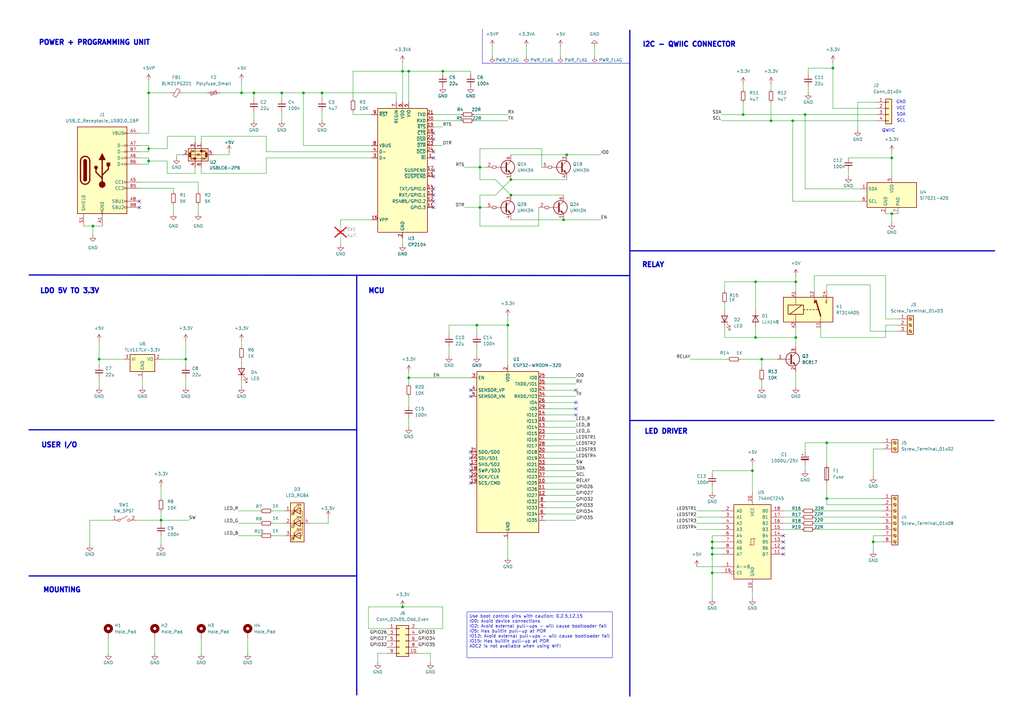
<source format=kicad_sch>
(kicad_sch (version 20250114) (generator "eeschema") (generator_version "9.0")
  (paper "A3")
  (title_block (title "IOT -THING") (date "2025-07-09") (rev "1.0") (company "DGNE"))
  (text "LED DRIVER" (at 264.16 177.038 0) (effects (font (size 2 2) (thickness 0.6) (bold yes)) (justify left)))
  (text "MOUNTING" (at 17.526 242.062 0) (effects (font (size 2 2) (thickness 0.6) (bold yes)) (justify left)))
  (text "SDA" (at 369.57 46.99 0) (effects (font (size 1.27 1.27))))
  (text "GND" (at 369.57 41.91 0) (effects (font (size 1.27 1.27))))
  (text "LDO 5V TO 3.3V" (at 16.256 119.38 0) (effects (font (size 2 2) (thickness 0.6) (bold yes)) (justify left)))
  (text "SCL" (at 369.57 49.53 0) (effects (font (size 1.27 1.27))))
  (text "RELAY" (at 263.144 108.712 0) (effects (font (size 2 2) (thickness 0.6) (bold yes)) (justify left)))
  (text "USER I/O" (at 16.764 182.626 0) (effects (font (size 2 2) (thickness 0.6) (bold yes)) (justify left)))
  (text "MCU" (at 150.876 119.38 0) (effects (font (size 2 2) (thickness 0.6) (bold yes)) (justify left)))
  (text "QWIIC" (at 364.49 53.594 0) (effects (font (size 1.27 1.27))))
  (text "POWER + PROGRAMMING UNIT" (at 15.748 17.526 0) (effects (font (size 2 2) (thickness 0.6) (bold yes)) (justify left)))
  (text "VCC" (at 369.57 44.45 0) (effects (font (size 1.27 1.27))))
  (text "I2C - QWIIC CONNECTOR" (at 263.398 18.288 0) (effects (font (size 2 2) (thickness 0.6) (bold yes)) (justify left)))
  (text_box "Use boot control pins with caution: 0,2,5,12,15\nIO0: Avoid device connections\nIO2: Avoid external pull-ups - will cause bootloader fail\nIO5: Has builtin pull-up at POR\nIO12: Avoid external pull-ups - will cause bootloader fail\nIO15: Has builtin pull-up at POR\nADC2 is not available when using WIFI" (at 191.516 250.952 0) (size 59.69 18.796) (margins 0.9525 0.9525 0.9525 0.9525) (effects (font (size 1.27 1.27)) (justify left top)))
  (junction (at 309.88 138.43))
  (junction (at 209.55 73.66))
  (junction (at 104.14 38.1))
  (junction (at 167.64 154.94))
  (junction (at 167.64 29.21))
  (junction (at 66.04 213.36))
  (junction (at 308.61 193.04))
  (junction (at 132.08 38.1))
  (junction (at 165.1 248.92))
  (junction (at 38.1 92.71))
  (junction (at 316.23 49.53))
  (junction (at 196.85 85.09))
  (junction (at 60.96 60.96))
  (junction (at 124.46 38.1))
  (junction (at 195.58 133.35))
  (junction (at 325.12 49.53))
  (junction (at 365.76 64.77))
  (junction (at 292.1 227.33))
  (junction (at 165.1 29.21))
  (junction (at 330.2 46.99))
  (junction (at 292.1 224.79))
  (junction (at 40.64 147.32))
  (junction (at 304.8 46.99))
  (junction (at 312.42 147.32))
  (junction (at 326.39 138.43))
  (junction (at 292.1 234.95))
  (junction (at 196.85 68.58))
  (junction (at 309.88 115.57))
  (junction (at 326.39 115.57))
  (junction (at 60.96 66.04))
  (junction (at 358.14 222.25))
  (junction (at 341.63 27.94))
  (junction (at 76.2 147.32))
  (junction (at 99.06 38.1))
  (junction (at 339.09 181.61))
  (junction (at 339.09 204.47))
  (junction (at 231.14 90.17))
  (junction (at 60.96 38.1))
  (junction (at 115.57 38.1))
  (junction (at 181.61 29.21))
  (junction (at 232.41 63.5))
  (junction (at 209.55 80.01))
  (junction (at 365.76 87.63))
  (junction (at 208.28 133.35))
  (junction (at 292.1 222.25))
  (no_connect (at 236.22 160.02))
  (no_connect (at 193.04 185.42))
  (no_connect (at 193.04 198.12))
  (no_connect (at 321.31 219.71))
  (no_connect (at 193.04 195.58))
  (no_connect (at 177.8 69.85))
  (no_connect (at 193.04 187.96))
  (no_connect (at 57.15 85.09))
  (no_connect (at 177.8 57.15))
  (no_connect (at 57.15 82.55))
  (no_connect (at 236.22 170.18))
  (no_connect (at 321.31 222.25))
  (no_connect (at 236.22 165.1))
  (no_connect (at 177.8 64.77))
  (no_connect (at 177.8 54.61))
  (no_connect (at 177.8 77.47))
  (no_connect (at 177.8 80.01))
  (no_connect (at 177.8 82.55))
  (no_connect (at 177.8 85.09))
  (no_connect (at 177.8 72.39))
  (no_connect (at 193.04 160.02))
  (no_connect (at 193.04 190.5))
  (no_connect (at 236.22 167.64))
  (no_connect (at 193.04 162.56))
  (no_connect (at 321.31 224.79))
  (no_connect (at 177.8 62.23))
  (no_connect (at 321.31 227.33))
  (no_connect (at 193.04 193.04))
  (wire (pts (xy 60.96 59.69) (xy 60.96 60.96)))
  (wire (pts (xy 339.09 181.61) (xy 339.09 190.5)))
  (wire (pts (xy 66.04 213.36) (xy 66.04 214.63)))
  (wire (pts (xy 351.79 53.34) (xy 351.79 41.91)))
  (wire (pts (xy 171.45 267.97) (xy 176.53 267.97)))
  (wire (pts (xy 292.1 193.04) (xy 308.61 193.04)))
  (wire (pts (xy 330.2 77.47) (xy 330.2 46.99)))
  (wire (pts (xy 57.15 59.69) (xy 60.96 59.69)))
  (wire (pts (xy 208.28 220.98) (xy 208.28 228.6)))
  (wire (pts (xy 97.79 214.63) (xy 106.68 214.63)))
  (wire (pts (xy 339.09 204.47) (xy 361.95 204.47)))
  (wire (pts (xy 167.64 29.21) (xy 181.61 29.21)))
  (wire (pts (xy 139.7 97.79) (xy 139.7 100.33)))
  (wire (pts (xy 68.58 71.12) (xy 80.01 71.12)))
  (wire (pts (xy 341.63 27.94) (xy 341.63 44.45)))
  (wire (pts (xy 308.61 190.5) (xy 308.61 193.04)))
  (wire (pts (xy 285.75 212.09) (xy 295.91 212.09)))
  (wire (pts (xy 209.55 90.17) (xy 231.14 90.17)))
  (wire (pts (xy 60.96 60.96) (xy 68.58 60.96)))
  (wire (pts (xy 93.98 63.5) (xy 93.98 62.23)))
  (wire (pts (xy 316.23 34.29) (xy 316.23 36.83)))
  (wire (pts (xy 358.14 219.71) (xy 361.95 219.71)))
  (wire (pts (xy 363.22 133.35) (xy 368.3 133.35)))
  (wire (pts (xy 184.15 142.24) (xy 184.15 146.05)))
  (wire (pts (xy 71.12 83.82) (xy 71.12 87.63)))
  (wire (pts (xy 158.75 257.81) (xy 151.13 257.81)))
  (wire (pts (xy 66.04 199.39) (xy 66.04 204.47)))
  (wire (pts (xy 196.85 85.09) (xy 199.39 85.09)))
  (wire (pts (xy 292.1 199.39) (xy 292.1 201.93)))
  (wire (pts (xy 99.06 139.7) (xy 99.06 142.24)))
  (wire (pts (xy 181.61 248.92) (xy 165.1 248.92)))
  (wire (pts (xy 309.88 134.62) (xy 309.88 138.43)))
  (wire (pts (xy 196.85 80.01) (xy 203.2 80.01)))
  (wire (pts (xy 223.52 167.64) (xy 236.22 167.64)))
  (wire (pts (xy 40.64 149.86) (xy 40.64 147.32)))
  (wire (pts (xy 223.52 213.36) (xy 236.22 213.36)))
  (wire (pts (xy 331.47 30.48) (xy 331.47 27.94)))
  (wire (pts (xy 223.52 198.12) (xy 236.22 198.12)))
  (wire (pts (xy 292.1 224.79) (xy 292.1 227.33)))
  (wire (pts (xy 36.83 213.36) (xy 45.72 213.36)))
  (wire (pts (xy 312.42 156.21) (xy 312.42 158.75)))
  (wire (pts (xy 196.85 68.58) (xy 199.39 68.58)))
  (wire (pts (xy 74.93 38.1) (xy 85.09 38.1)))
  (wire (pts (xy 334.01 214.63) (xy 361.95 214.63)))
  (wire (pts (xy 309.88 138.43) (xy 326.39 138.43)))
  (wire (pts (xy 330.2 181.61) (xy 339.09 181.61)))
  (wire (pts (xy 365.76 64.77) (xy 365.76 62.23)))
  (wire (pts (xy 101.6 261.62) (xy 101.6 267.97)))
  (wire (pts (xy 326.39 115.57) (xy 326.39 119.38)))
  (wire (pts (xy 325.12 82.55) (xy 325.12 49.53)))
  (wire (pts (xy 334.01 113.03) (xy 363.22 113.03)))
  (wire (pts (xy 365.76 64.77) (xy 365.76 72.39)))
  (wire (pts (xy 363.22 130.81) (xy 368.3 130.81)))
  (wire (pts (xy 297.18 115.57) (xy 309.88 115.57)))
  (wire (pts (xy 196.85 92.71) (xy 196.85 85.09)))
  (wire (pts (xy 68.58 55.88) (xy 80.01 55.88)))
  (wire (pts (xy 223.52 210.82) (xy 236.22 210.82)))
  (wire (pts (xy 334.01 217.17) (xy 361.95 217.17)))
  (wire (pts (xy 99.06 38.1) (xy 104.14 38.1)))
  (wire (pts (xy 167.64 154.94) (xy 167.64 157.48)))
  (wire (pts (xy 285.75 217.17) (xy 295.91 217.17)))
  (wire (pts (xy 208.28 133.35) (xy 208.28 149.86)))
  (wire (pts (xy 223.52 182.88) (xy 236.22 182.88)))
  (wire (pts (xy 132.08 38.1) (xy 132.08 40.64)))
  (wire (pts (xy 195.58 133.35) (xy 195.58 137.16)))
  (wire (pts (xy 60.96 64.77) (xy 60.96 66.04)))
  (wire (pts (xy 326.39 152.4) (xy 326.39 158.75)))
  (wire (pts (xy 195.58 142.24) (xy 195.58 146.05)))
  (wire (pts (xy 115.57 38.1) (xy 115.57 40.64)))
  (wire (pts (xy 285.75 232.41) (xy 295.91 232.41)))
  (wire (pts (xy 36.83 223.52) (xy 36.83 213.36)))
  (wire (pts (xy 292.1 227.33) (xy 295.91 227.33)))
  (wire (pts (xy 165.1 29.21) (xy 167.64 29.21)))
  (wire (pts (xy 184.15 137.16) (xy 184.15 133.35)))
  (wire (pts (xy 223.52 170.18) (xy 236.22 170.18)))
  (wire (pts (xy 304.8 34.29) (xy 304.8 36.83)))
  (wire (pts (xy 66.04 147.32) (xy 76.2 147.32)))
  (wire (pts (xy 285.75 214.63) (xy 295.91 214.63)))
  (wire (pts (xy 223.52 177.8) (xy 236.22 177.8)))
  (wire (pts (xy 292.1 234.95) (xy 292.1 245.618)))
  (wire (pts (xy 223.52 200.66) (xy 236.22 200.66)))
  (wire (pts (xy 184.15 133.35) (xy 195.58 133.35)))
  (wire (pts (xy 223.52 175.26) (xy 236.22 175.26)))
  (wire (pts (xy 72.39 63.5) (xy 74.93 63.5)))
  (wire (pts (xy 196.85 73.66) (xy 203.2 73.66)))
  (wire (pts (xy 60.96 67.31) (xy 57.15 67.31)))
  (wire (pts (xy 356.87 116.84) (xy 356.87 135.89)))
  (wire (pts (xy 144.78 46.99) (xy 152.4 46.99)))
  (wire (pts (xy 243.84 19.05) (xy 243.84 22.86)))
  (wire (pts (xy 109.22 64.77) (xy 152.4 64.77)))
  (wire (pts (xy 326.39 113.03) (xy 326.39 115.57)))
  (wire (pts (xy 304.8 46.99) (xy 330.2 46.99)))
  (wire (pts (xy 57.15 77.216) (xy 71.12 77.216)))
  (wire (pts (xy 60.96 38.1) (xy 60.96 33.02)))
  (wire (pts (xy 334.01 119.38) (xy 334.01 113.03)))
  (wire (pts (xy 71.12 77.216) (xy 71.12 78.74)))
  (wire (pts (xy 297.18 134.62) (xy 297.18 138.43)))
  (wire (pts (xy 365.76 87.63) (xy 368.3 87.63)))
  (wire (pts (xy 361.95 184.15) (xy 358.14 184.15)))
  (wire (pts (xy 308.61 242.57) (xy 308.61 245.618)))
  (wire (pts (xy 195.58 133.35) (xy 208.28 133.35)))
  (wire (pts (xy 297.18 124.46) (xy 297.18 127)))
  (polyline (pts (xy 11.938 176.276) (xy 146.304 176.276)) (stroke (width 0.5) (type solid)))
  (wire (pts (xy 331.47 35.56) (xy 331.47 38.1)))
  (wire (pts (xy 361.95 181.61) (xy 339.09 181.61)))
  (wire (pts (xy 171.45 257.81) (xy 181.61 257.81)))
  (wire (pts (xy 104.14 38.1) (xy 115.57 38.1)))
  (wire (pts (xy 359.41 44.45) (xy 341.63 44.45)))
  (wire (pts (xy 177.8 46.99) (xy 189.23 46.99)))
  (wire (pts (xy 165.1 97.79) (xy 165.1 100.33)))
  (wire (pts (xy 209.55 73.66) (xy 232.41 73.66)))
  (wire (pts (xy 181.61 29.21) (xy 181.61 30.48)))
  (wire (pts (xy 68.58 66.04) (xy 68.58 71.12)))
  (wire (pts (xy 97.79 219.71) (xy 106.68 219.71)))
  (wire (pts (xy 209.55 63.5) (xy 232.41 63.5)))
  (wire (pts (xy 196.85 60.96) (xy 196.85 68.58)))
  (wire (pts (xy 60.96 60.96) (xy 60.96 62.23)))
  (wire (pts (xy 190.5 68.58) (xy 196.85 68.58)))
  (wire (pts (xy 339.09 119.38) (xy 339.09 116.84)))
  (wire (pts (xy 68.58 60.96) (xy 68.58 55.88)))
  (wire (pts (xy 60.96 38.1) (xy 69.85 38.1)))
  (wire (pts (xy 124.46 38.1) (xy 124.46 59.69)))
  (wire (pts (xy 76.2 154.94) (xy 76.2 158.75)))
  (wire (pts (xy 151.13 248.92) (xy 165.1 248.92)))
  (wire (pts (xy 154.94 271.78) (xy 154.94 267.97)))
  (wire (pts (xy 339.09 204.47) (xy 339.09 207.01)))
  (wire (pts (xy 292.1 194.31) (xy 292.1 193.04)))
  (wire (pts (xy 38.1 92.71) (xy 41.91 92.71)))
  (wire (pts (xy 321.31 209.55) (xy 328.93 209.55)))
  (wire (pts (xy 208.28 129.54) (xy 208.28 133.35)))
  (wire (pts (xy 201.93 19.05) (xy 201.93 22.86)))
  (wire (pts (xy 167.64 41.91) (xy 167.64 29.21)))
  (polyline (pts (xy 197.866 11.938) (xy 197.866 25.908)))
  (wire (pts (xy 40.64 147.32) (xy 50.8 147.32)))
  (wire (pts (xy 339.09 198.12) (xy 339.09 204.47)))
  (wire (pts (xy 223.52 172.72) (xy 236.22 172.72)))
  (wire (pts (xy 358.14 222.25) (xy 361.95 222.25)))
  (wire (pts (xy 66.04 209.55) (xy 66.04 213.36)))
  (wire (pts (xy 55.88 213.36) (xy 66.04 213.36)))
  (wire (pts (xy 57.15 74.676) (xy 81.28 74.676)))
  (wire (pts (xy 66.04 219.71) (xy 66.04 223.52)))
  (wire (pts (xy 341.63 25.4) (xy 341.63 27.94)))
  (wire (pts (xy 223.52 185.42) (xy 236.22 185.42)))
  (wire (pts (xy 196.85 68.58) (xy 196.85 73.66)))
  (wire (pts (xy 358.14 184.15) (xy 358.14 195.58)))
  (wire (pts (xy 176.53 267.97) (xy 176.53 271.78)))
  (wire (pts (xy 167.64 162.56) (xy 167.64 166.37)))
  (wire (pts (xy 283.21 147.32) (xy 298.45 147.32)))
  (wire (pts (xy 292.1 222.25) (xy 292.1 224.79)))
  (wire (pts (xy 80.01 71.12) (xy 80.01 68.58)))
  (wire (pts (xy 223.52 203.2) (xy 236.22 203.2)))
  (polyline (pts (xy 197.866 25.908) (xy 258.318 25.908)))
  (wire (pts (xy 304.8 41.91) (xy 304.8 46.99)))
  (wire (pts (xy 144.78 40.64) (xy 144.78 29.21)))
  (wire (pts (xy 308.61 193.04) (xy 308.61 201.93)))
  (wire (pts (xy 162.56 38.1) (xy 162.56 41.91)))
  (wire (pts (xy 330.2 185.42) (xy 330.2 181.61)))
  (polyline (pts (xy 258.572 102.87) (xy 407.924 102.87)) (stroke (width 0.5) (type solid)))
  (wire (pts (xy 326.39 134.62) (xy 326.39 138.43)))
  (wire (pts (xy 336.55 138.43) (xy 363.22 138.43)))
  (wire (pts (xy 295.91 46.99) (xy 304.8 46.99)))
  (wire (pts (xy 139.7 92.71) (xy 139.7 90.17)))
  (wire (pts (xy 358.14 226.06) (xy 358.14 222.25)))
  (wire (pts (xy 194.31 46.99) (xy 208.28 46.99)))
  (wire (pts (xy 353.06 77.47) (xy 330.2 77.47)))
  (wire (pts (xy 292.1 234.95) (xy 295.91 234.95)))
  (wire (pts (xy 321.31 217.17) (xy 328.93 217.17)))
  (wire (pts (xy 285.75 209.55) (xy 295.91 209.55)))
  (wire (pts (xy 321.31 212.09) (xy 328.93 212.09)))
  (wire (pts (xy 292.1 227.33) (xy 292.1 234.95)))
  (wire (pts (xy 99.06 147.32) (xy 99.06 148.59)))
  (wire (pts (xy 347.98 64.77) (xy 365.76 64.77)))
  (wire (pts (xy 167.64 152.4) (xy 167.64 154.94)))
  (wire (pts (xy 124.46 38.1) (xy 132.08 38.1)))
  (wire (pts (xy 363.22 113.03) (xy 363.22 130.81)))
  (wire (pts (xy 115.57 38.1) (xy 124.46 38.1)))
  (wire (pts (xy 220.98 85.09) (xy 220.98 92.71)))
  (wire (pts (xy 330.2 190.5) (xy 330.2 193.04)))
  (wire (pts (xy 292.1 224.79) (xy 295.91 224.79)))
  (wire (pts (xy 321.31 214.63) (xy 328.93 214.63)))
  (wire (pts (xy 111.76 209.55) (xy 116.84 209.55)))
  (wire (pts (xy 82.55 58.42) (xy 82.55 55.88)))
  (wire (pts (xy 331.47 27.94) (xy 341.63 27.94)))
  (wire (pts (xy 223.52 208.28) (xy 236.22 208.28)))
  (wire (pts (xy 82.55 68.58) (xy 82.55 71.12)))
  (polyline (pts (xy 146.304 113.03) (xy 146.304 284.988)) (stroke (width 0.5) (type solid)))
  (wire (pts (xy 223.52 154.94) (xy 236.22 154.94)))
  (wire (pts (xy 167.64 171.45) (xy 167.64 175.26)))
  (wire (pts (xy 63.5 261.62) (xy 63.5 267.97)))
  (wire (pts (xy 72.39 64.77) (xy 72.39 63.5)))
  (wire (pts (xy 58.42 154.94) (xy 58.42 158.75)))
  (wire (pts (xy 60.96 62.23) (xy 57.15 62.23)))
  (wire (pts (xy 316.23 49.53) (xy 325.12 49.53)))
  (wire (pts (xy 82.55 71.12) (xy 109.22 71.12)))
  (wire (pts (xy 165.1 29.21) (xy 165.1 41.91)))
  (wire (pts (xy 223.52 205.74) (xy 236.22 205.74)))
  (wire (pts (xy 34.29 92.71) (xy 38.1 92.71)))
  (wire (pts (xy 99.06 33.02) (xy 99.06 38.1)))
  (wire (pts (xy 44.45 261.62) (xy 44.45 267.97)))
  (wire (pts (xy 165.1 25.4) (xy 165.1 29.21)))
  (polyline (pts (xy 258.318 12.446) (xy 258.318 285.496)) (stroke (width 0.5) (type solid)))
  (wire (pts (xy 60.96 66.04) (xy 60.96 67.31)))
  (wire (pts (xy 66.04 213.36) (xy 77.47 213.36)))
  (wire (pts (xy 365.76 87.63) (xy 365.76 91.44)))
  (wire (pts (xy 99.06 156.21) (xy 99.06 158.75)))
  (wire (pts (xy 177.8 49.53) (xy 189.23 49.53)))
  (wire (pts (xy 81.28 74.676) (xy 81.28 78.74)))
  (wire (pts (xy 109.22 62.23) (xy 152.4 62.23)))
  (wire (pts (xy 297.18 138.43) (xy 309.88 138.43)))
  (wire (pts (xy 363.22 138.43) (xy 363.22 133.35)))
  (wire (pts (xy 60.96 66.04) (xy 68.58 66.04)))
  (wire (pts (xy 134.62 214.63) (xy 127 214.63)))
  (wire (pts (xy 295.91 49.53) (xy 316.23 49.53)))
  (wire (pts (xy 87.63 63.5) (xy 93.98 63.5)))
  (polyline (pts (xy 11.938 112.776) (xy 258.318 113.03)) (stroke (width 0.5) (type solid)))
  (wire (pts (xy 295.91 219.71) (xy 292.1 219.71)))
  (wire (pts (xy 167.64 154.94) (xy 193.04 154.94)))
  (wire (pts (xy 82.55 55.88) (xy 109.22 55.88)))
  (wire (pts (xy 356.87 135.89) (xy 368.3 135.89)))
  (wire (pts (xy 38.1 92.71) (xy 38.1 96.52)))
  (wire (pts (xy 334.01 209.55) (xy 361.95 209.55)))
  (wire (pts (xy 309.88 115.57) (xy 326.39 115.57)))
  (wire (pts (xy 154.94 267.97) (xy 158.75 267.97)))
  (wire (pts (xy 223.52 190.5) (xy 236.22 190.5)))
  (polyline (pts (xy 258.318 172.466) (xy 407.67 172.466)) (stroke (width 0.5) (type solid)))
  (wire (pts (xy 196.85 80.01) (xy 196.85 85.09)))
  (wire (pts (xy 231.14 90.17) (xy 246.38 90.17)))
  (wire (pts (xy 177.8 52.07) (xy 181.61 52.07)))
  (wire (pts (xy 57.15 64.77) (xy 60.96 64.77)))
  (wire (pts (xy 115.57 45.72) (xy 115.57 49.53)))
  (wire (pts (xy 111.76 214.63) (xy 116.84 214.63)))
  (wire (pts (xy 76.2 139.7) (xy 76.2 147.32)))
  (wire (pts (xy 351.79 41.91) (xy 359.41 41.91)))
  (wire (pts (xy 97.79 209.55) (xy 106.68 209.55)))
  (wire (pts (xy 209.55 80.01) (xy 231.14 80.01)))
  (wire (pts (xy 330.2 46.99) (xy 359.41 46.99)))
  (wire (pts (xy 134.62 212.09) (xy 134.62 214.63)))
  (wire (pts (xy 223.52 157.48) (xy 236.22 157.48)))
  (wire (pts (xy 81.28 83.82) (xy 81.28 87.63)))
  (wire (pts (xy 312.42 147.32) (xy 318.77 147.32)))
  (wire (pts (xy 223.52 193.04) (xy 236.22 193.04)))
  (wire (pts (xy 177.8 59.69) (xy 181.61 59.69)))
  (wire (pts (xy 190.5 85.09) (xy 196.85 85.09)))
  (wire (pts (xy 139.7 90.17) (xy 152.4 90.17)))
  (wire (pts (xy 40.64 139.7) (xy 40.64 147.32)))
  (wire (pts (xy 144.78 45.72) (xy 144.78 46.99)))
  (wire (pts (xy 181.61 257.81) (xy 181.61 248.92)))
  (wire (pts (xy 353.06 82.55) (xy 325.12 82.55)))
  (wire (pts (xy 339.09 116.84) (xy 356.87 116.84)))
  (wire (pts (xy 124.46 59.69) (xy 152.4 59.69)))
  (wire (pts (xy 232.41 63.5) (xy 246.38 63.5)))
  (wire (pts (xy 223.52 180.34) (xy 236.22 180.34)))
  (wire (pts (xy 144.78 29.21) (xy 165.1 29.21)))
  (wire (pts (xy 297.18 119.38) (xy 297.18 115.57)))
  (wire (pts (xy 292.1 219.71) (xy 292.1 222.25)))
  (wire (pts (xy 194.31 49.53) (xy 208.28 49.53)))
  (wire (pts (xy 309.88 127) (xy 309.88 115.57)))
  (wire (pts (xy 76.2 147.32) (xy 76.2 149.86)))
  (wire (pts (xy 326.39 138.43) (xy 326.39 142.24)))
  (wire (pts (xy 80.01 55.88) (xy 80.01 58.42)))
  (wire (pts (xy 334.01 212.09) (xy 361.95 212.09)))
  (wire (pts (xy 40.64 154.94) (xy 40.64 158.75)))
  (wire (pts (xy 229.87 19.05) (xy 229.87 22.86)))
  (wire (pts (xy 151.13 257.81) (xy 151.13 248.92)))
  (wire (pts (xy 292.1 222.25) (xy 295.91 222.25)))
  (wire (pts (xy 223.52 165.1) (xy 236.22 165.1)))
  (wire (pts (xy 358.14 222.25) (xy 358.14 219.71)))
  (wire (pts (xy 347.98 69.85) (xy 347.98 72.39)))
  (wire (pts (xy 223.52 162.56) (xy 236.22 162.56)))
  (wire (pts (xy 223.52 187.96) (xy 236.22 187.96)))
  (wire (pts (xy 60.96 54.61) (xy 60.96 38.1)))
  (wire (pts (xy 109.22 71.12) (xy 109.22 64.77)))
  (wire (pts (xy 312.42 151.13) (xy 312.42 147.32)))
  (wire (pts (xy 104.14 38.1) (xy 104.14 40.64)))
  (wire (pts (xy 132.08 45.72) (xy 132.08 49.53)))
  (wire (pts (xy 109.22 55.88) (xy 109.22 62.23)))
  (wire (pts (xy 222.25 60.96) (xy 196.85 60.96)))
  (wire (pts (xy 316.23 41.91) (xy 316.23 49.53)))
  (wire (pts (xy 220.98 92.71) (xy 196.85 92.71)))
  (wire (pts (xy 303.53 147.32) (xy 312.42 147.32)))
  (wire (pts (xy 203.2 73.66) (xy 209.55 80.01)))
  (wire (pts (xy 104.14 45.72) (xy 104.14 49.53)))
  (wire (pts (xy 132.08 38.1) (xy 162.56 38.1)))
  (wire (pts (xy 209.55 73.66) (xy 203.2 80.01)))
  (wire (pts (xy 90.17 38.1) (xy 99.06 38.1)))
  (wire (pts (xy 193.04 29.21) (xy 193.04 30.48)))
  (wire (pts (xy 215.9 19.05) (xy 215.9 22.86)))
  (wire (pts (xy 325.12 49.53) (xy 359.41 49.53)))
  (polyline (pts (xy 11.938 236.22) (xy 146.304 236.22)) (stroke (width 0.5) (type solid)))
  (wire (pts (xy 222.25 68.58) (xy 222.25 60.96)))
  (wire (pts (xy 57.15 54.61) (xy 60.96 54.61)))
  (wire (pts (xy 223.52 195.58) (xy 236.22 195.58)))
  (wire (pts (xy 181.61 29.21) (xy 193.04 29.21)))
  (wire (pts (xy 82.55 261.62) (xy 82.55 267.97)))
  (wire (pts (xy 363.22 87.63) (xy 365.76 87.63)))
  (wire (pts (xy 339.09 207.01) (xy 361.95 207.01)))
  (wire (pts (xy 111.76 219.71) (xy 116.84 219.71)))
  (wire (pts (xy 336.55 134.62) (xy 336.55 138.43)))
  (wire (pts (xy 223.52 160.02) (xy 236.22 160.02)))
  (label "RX" (at 208.28 46.99 0))
  (label "LEDSTR1" (at 236.22 180.34 0))
  (label "LED_B" (at 236.22 175.26 0))
  (label "GPIO33" (at 171.45 260.35 0))
  (label "GPIO34" (at 171.45 262.89 0))
  (label "RTS" (at 181.61 52.07 0))
  (label "GPIO35" (at 171.45 265.43 0))
  (label "SCL" (at 295.91 49.53 180))
  (label "EN" (at 180.34 154.94 180))
  (label "TX" (at 236.22 162.56 0))
  (label "RELAY" (at 283.21 147.32 180))
  (label "SCL" (at 236.22 195.58 0))
  (label "RX" (at 236.22 157.48 0))
  (label "GPIO32" (at 236.22 205.74 0))
  (label "LED_R" (at 97.79 209.55 180))
  (label "GPIO34" (at 236.22 210.82 0))
  (label "RTS" (at 190.5 68.58 180))
  (label "LEDSTR4" (at 285.75 217.17 180))
  (label "IO0" (at 246.38 63.5 0))
  (label "RELAY" (at 236.22 198.12 0))
  (label "SDA" (at 295.91 46.99 180))
  (label "LED_G" (at 97.79 214.63 180))
  (label "DTR" (at 181.61 59.69 0))
  (label "GPIO32" (at 158.75 265.43 180))
  (label "GPIO26" (at 158.75 260.35 180))
  (label "GPIO27" (at 158.75 262.89 180))
  (label "GPIO26" (at 236.22 200.66 0))
  (label "GPIO35" (at 236.22 213.36 0))
  (label "GPIO27" (at 236.22 203.2 0))
  (label "LEDSTR1" (at 285.75 209.55 180))
  (label "IO0" (at 236.22 154.94 0))
  (label "SW" (at 77.47 213.36 0))
  (label "EN" (at 246.38 90.17 0))
  (label "TX" (at 208.28 49.53 0))
  (label "LEDSTR3" (at 236.22 185.42 0))
  (label "GPIO33" (at 236.22 208.28 0))
  (label "SDA" (at 236.22 193.04 0))
  (label "LEDSTR2" (at 236.22 182.88 0))
  (label "SW" (at 236.22 190.5 0))
  (label "LEDSTR3" (at 285.75 214.63 180))
  (label "LEDSTR2" (at 285.75 212.09 180))
  (label "LED_B" (at 97.79 219.71 180))
  (label "DTR" (at 190.5 85.09 180))
  (label "LED_R" (at 236.22 172.72 0))
  (label "LEDSTR4" (at 236.22 187.96 0))
  (label "LED_G" (at 236.22 177.8 0))
  (symbol (lib_id "Device:C_Small") (at 76.2 152.4 0) (unit 1)
    (property "Reference" "C8" (at 78.74 151.1362 0) (effects (justify left)))
    (property "Value" "22u" (at 78.74 153.6762 0) (effects (justify left)))
    (property "Footprint" "Capacitor_SMD:C_0805_2012Metric_Pad1.18x1.45mm_HandSolder" (effects (hide yes)))
    (property "Description" "Unpolarized capacitor, small symbol" (effects (hide yes)))
  )
  (symbol (lib_id "Connector:Screw_Terminal_01x03") (at 373.38 133.35 0) (unit 1)
    (property "Reference" "J3" (at 373.38 124.968 0) (effects (justify left)))
    (property "Value" "Screw_Terminal_01x03" (at 365.252 127.508 0) (effects (justify left)))
    (property "Footprint" "TerminalBlock_Phoenix:TerminalBlock_Phoenix_MKDS-3-3-5.08_1x03_P5.08mm_Horizontal" (effects (hide yes)))
    (property "Description" "Generic screw terminal, single row, 01x03, script generated (kicad-library-utils/schlib/autogen/connector/)" (effects (hide yes)))
  )
  (symbol (lib_id "Device:Fuse") (at 339.09 194.31 0) (unit 1)
    (property "Reference" "F1" (at 341.63 193.0399 0) (effects (justify left)))
    (property "Value" "Fuse" (at 341.63 195.5799 0) (effects (justify left)))
    (property "Footprint" "iot-thing_Library_11:FUSE_696105003002" (effects (hide yes)))
    (property "Description" "Fuse" (effects (hide yes)))
  )
  (symbol (lib_id "power:GND") (at 184.15 146.05 0) (unit 1)
    (property "Reference" "#PWR049" (effects (hide yes)))
    (property "Value" "GND" (at 184.15 149.86 0))
    (property "Description" "Power symbol creates a global label with name \"GND\" , ground" (effects (hide yes)))
  )
  (symbol (lib_id "Diode:LL4148") (at 309.88 130.81 270) (unit 1)
    (property "Reference" "D1" (at 312.42 129.5399 90) (effects (justify left)))
    (property "Value" "LL4148" (at 312.42 132.0799 90) (effects (justify left)))
    (property "Footprint" "Diode_SMD:D_MiniMELF" (effects (hide yes)))
    (property "Datasheet" "http://www.vishay.com/docs/85557/ll4148.pdf" (effects (hide yes)))
    (property "Description" "100V 0.15A standard switching diode, MiniMELF" (effects (hide yes)))
    (property "Sim.Device" "D" (effects (hide yes)))
    (property "Sim.Pins" "1=K 2=A" (effects (hide yes)))
  )
  (symbol (lib_id "Device:R_Small") (at 331.47 212.09 90) (unit 1)
    (property "Reference" "R17" (at 326.644 211.074 90))
    (property "Value" "22R" (at 335.788 210.82 90))
    (property "Footprint" "Resistor_SMD:R_0402_1005Metric_Pad0.72x0.64mm_HandSolder" (effects (hide yes)))
    (property "Description" "Resistor, small symbol" (effects (hide yes)))
  )
  (symbol (lib_id "Device:C_Small") (at 292.1 196.85 0) (unit 1)
    (property "Reference" "C13" (at 285.75 195.326 0) (effects (justify left)))
    (property "Value" "100n" (at 285.75 197.866 0) (effects (justify left)))
    (property "Footprint" "Capacitor_SMD:C_0402_1005Metric_Pad0.74x0.62mm_HandSolder" (effects (hide yes)))
    (property "Description" "Unpolarized capacitor, small symbol" (effects (hide yes)))
  )
  (symbol (lib_id "Connector:Screw_Terminal_01x02") (at 367.03 181.61 0) (unit 1)
    (property "Reference" "J5" (at 369.57 181.6099 0) (effects (justify left)))
    (property "Value" "Screw_Terminal_01x02" (at 369.57 184.1499 0) (effects (justify left)))
    (property "Footprint" "TerminalBlock_Phoenix:TerminalBlock_Phoenix_MKDS-1,5-2-5.08_1x02_P5.08mm_Horizontal" (effects (hide yes)))
    (property "Description" "Generic screw terminal, single row, 01x02, script generated (kicad-library-utils/schlib/autogen/connector/)" (effects (hide yes)))
  )
  (symbol (lib_id "power:+5VP") (at 60.96 33.02 0) (unit 1)
    (property "Reference" "#PWR04" (effects (hide yes)))
    (property "Value" "+5VP" (at 60.96 27.94 0))
    (property "Description" "Power symbol creates a global label with name \"+5VP\"" (effects (hide yes)))
  )
  (symbol (lib_id "Device:R_Small") (at 71.12 81.28 0) (unit 1)
    (property "Reference" "R1" (at 73.66 80.0099 0) (effects (justify left)))
    (property "Value" "5K" (at 73.66 82.5499 0) (effects (justify left)))
    (property "Footprint" "Resistor_SMD:R_0402_1005Metric_Pad0.72x0.64mm_HandSolder" (effects (hide yes)))
    (property "Description" "Resistor, small symbol" (effects (hide yes)))
  )
  (symbol (lib_id "power:+3.3V") (at 76.2 139.7 0) (unit 1)
    (property "Reference" "#PWR020" (effects (hide yes)))
    (property "Value" "+3.3V" (at 76.2 134.62 0))
    (property "Description" "Power symbol creates a global label with name \"+3.3V\"" (effects (hide yes)))
  )
  (symbol (lib_id "power:+3.3VA") (at 215.9 19.05 0) (unit 1)
    (property "Reference" "#PWR061" (effects (hide yes)))
    (property "Value" "+3.3VA" (at 215.9 13.97 0))
    (property "Description" "Power symbol creates a global label with name \"+3.3VA\"" (effects (hide yes)))
  )
  (symbol (lib_id "power:+5V") (at 326.39 113.03 0) (unit 1)
    (property "Reference" "#PWR031" (effects (hide yes)))
    (property "Value" "+5V" (at 326.39 107.95 0))
    (property "Description" "Power symbol creates a global label with name \"+5V\"" (effects (hide yes)))
  )
  (symbol (lib_id "power:+5V") (at 229.87 19.05 0) (unit 1)
    (property "Reference" "#PWR062" (effects (hide yes)))
    (property "Value" "+5V" (at 229.87 13.97 0))
    (property "Description" "Power symbol creates a global label with name \"+5V\"" (effects (hide yes)))
  )
  (symbol (lib_id "Device:R_Small") (at 81.28 81.28 0) (unit 1)
    (property "Reference" "R2" (at 83.82 80.0099 0) (effects (justify left)))
    (property "Value" "5K" (at 83.82 82.5499 0) (effects (justify left)))
    (property "Footprint" "Resistor_SMD:R_0402_1005Metric_Pad0.72x0.64mm_HandSolder" (effects (hide yes)))
    (property "Description" "Resistor, small symbol" (effects (hide yes)))
  )
  (symbol (lib_id "Transistor_BJT:UMH3N") (at 208.28 68.58 0) (unit 1)
    (property "Reference" "Q1" (at 212.09 67.3099 0) (effects (justify left)))
    (property "Value" "UMH3N" (at 212.09 69.8499 0) (effects (justify left)))
    (property "Footprint" "Package_TO_SOT_SMD:SOT-363_SC-70-6" (effects (hide yes)))
    (property "Datasheet" "http://rohmfs.rohm.com/en/products/databook/datasheet/discrete/transistor/digital/emh3t2r-e.pdf" (effects (hide yes)))
    (property "Description" "0.1A Ic, 50V Vce, Dual NPN Input Resistor Transistors, SOT-363" (effects (hide yes)))
  )
  (symbol (lib_id "power:GND") (at 101.6 267.97 0) (unit 1)
    (property "Reference" "#PWR030" (effects (hide yes)))
    (property "Value" "GND" (at 101.6 271.78 0))
    (property "Description" "Power symbol creates a global label with name \"GND\" , ground" (effects (hide yes)))
  )
  (symbol (lib_id "Device:R_Small") (at 304.8 39.37 0) (unit 1)
    (property "Reference" "R11" (at 307.34 38.0999 0) (effects (justify left)))
    (property "Value" "4u7" (at 307.34 40.6399 0) (effects (justify left)))
    (property "Footprint" "Resistor_SMD:R_0402_1005Metric_Pad0.72x0.64mm_HandSolder" (effects (hide yes)))
    (property "Description" "Resistor, small symbol" (effects (hide yes)))
  )
  (symbol (lib_id "Device:R_Small") (at 316.23 39.37 0) (unit 1)
    (property "Reference" "R12" (at 318.77 38.0999 0) (effects (justify left)))
    (property "Value" "4u7" (at 318.77 40.6399 0) (effects (justify left)))
    (property "Footprint" "Resistor_SMD:R_0402_1005Metric_Pad0.72x0.64mm_HandSolder" (effects (hide yes)))
    (property "Description" "Resistor, small symbol" (effects (hide yes)))
  )
  (symbol (lib_id "Device:LED") (at 99.06 152.4 90) (unit 1)
    (property "Reference" "D4" (at 102.87 152.7174 90) (effects (justify right)))
    (property "Value" "LED" (at 102.87 155.2574 90) (effects (justify right)))
    (property "Footprint" "LED_SMD:LED_0603_1608Metric_Pad1.05x0.95mm_HandSolder" (effects (hide yes)))
    (property "Description" "Light emitting diode" (effects (hide yes)))
    (property "Sim.Pins" "1=K 2=A" (effects (hide yes)))
  )
  (symbol (lib_id "Device:C_Small") (at 66.04 217.17 0) (unit 1)
    (property "Reference" "C9" (at 68.58 216.662 0) (effects (justify left)))
    (property "Value" "100n" (at 68.58 219.202 0) (effects (justify left)))
    (property "Footprint" "Capacitor_SMD:C_0402_1005Metric_Pad0.74x0.62mm_HandSolder" (effects (hide yes)))
    (property "Description" "Unpolarized capacitor, small symbol" (effects (hide yes)))
  )
  (symbol (lib_id "power:PWR_FLAG") (at 243.84 22.86 180) (unit 1)
    (property "Reference" "#FLG06" (effects (hide yes)))
    (property "Value" "PWR_FLAG" (at 250.444 24.638 0))
    (property "Description" "Special symbol for telling ERC where power comes from" (effects (hide yes)))
  )
  (symbol (lib_id "power:+3.3V") (at 316.23 34.29 0) (unit 1)
    (property "Reference" "#PWR037" (effects (hide yes)))
    (property "Value" "+3.3V" (at 316.23 29.21 0))
    (property "Description" "Power symbol creates a global label with name \"+3.3V\"" (effects (hide yes)))
  )
  (symbol (lib_id "Transistor_BJT:UMH3N") (at 229.87 85.09 0) (unit 1)
    (property "Reference" "Q2" (at 233.68 83.8199 0) (effects (justify left)))
    (property "Value" "UMH3N" (at 233.68 86.3599 0) (effects (justify left)))
    (property "Footprint" "Package_TO_SOT_SMD:SOT-363_SC-70-6" (effects (hide yes)))
    (property "Datasheet" "http://rohmfs.rohm.com/en/products/databook/datasheet/discrete/transistor/digital/emh3t2r-e.pdf" (effects (hide yes)))
    (property "Description" "0.1A Ic, 50V Vce, Dual NPN Input Resistor Transistors, SOT-363" (effects (hide yes)))
  )
  (symbol (lib_id "power:GND") (at 193.04 35.56 0) (unit 1)
    (property "Reference" "#PWR012" (effects (hide yes)))
    (property "Value" "GND" (at 193.04 39.37 0))
    (property "Description" "Power symbol creates a global label with name \"GND\" , ground" (effects (hide yes)))
  )
  (symbol (lib_id "Device:C_Small") (at 40.64 152.4 0) (unit 1)
    (property "Reference" "C7" (at 43.18 151.1362 0) (effects (justify left)))
    (property "Value" "22u" (at 43.18 153.6762 0) (effects (justify left)))
    (property "Footprint" "Capacitor_SMD:C_0805_2012Metric_Pad1.18x1.45mm_HandSolder" (effects (hide yes)))
    (property "Description" "Unpolarized capacitor, small symbol" (effects (hide yes)))
  )
  (symbol (lib_id "Device:LED") (at 297.18 130.81 90) (unit 1)
    (property "Reference" "D2" (at 300.99 131.1274 90) (effects (justify right)))
    (property "Value" "LED" (at 300.99 133.6674 90) (effects (justify right)))
    (property "Footprint" "LED_SMD:LED_0603_1608Metric_Pad1.05x0.95mm_HandSolder" (effects (hide yes)))
    (property "Description" "Light emitting diode" (effects (hide yes)))
    (property "Sim.Pins" "1=K 2=A" (effects (hide yes)))
  )
  (symbol (lib_id "power:GND") (at 40.64 158.75 0) (unit 1)
    (property "Reference" "#PWR016" (effects (hide yes)))
    (property "Value" "GND" (at 40.64 162.56 0))
    (property "Description" "Power symbol creates a global label with name \"GND\" , ground" (effects (hide yes)))
  )
  (symbol (lib_id "Mechanical:MountingHole_Pad") (at 101.6 259.08 0) (unit 1) (in_bom no)
    (property "Reference" "H4" (at 104.14 256.5399 0) (effects (justify left)))
    (property "Value" "Hole_Pad" (at 104.14 259.0799 0) (effects (justify left)))
    (property "Footprint" "MountingHole:MountingHole_3.2mm_M3_Pad_Via" (effects (hide yes)))
    (property "Description" "Mounting Hole with connection" (effects (hide yes)))
  )
  (symbol (lib_id "power:+3.3V") (at 66.04 199.39 0) (unit 1)
    (property "Reference" "#PWR025" (effects (hide yes)))
    (property "Value" "+3.3V" (at 66.04 194.31 0))
    (property "Description" "Power symbol creates a global label with name \"+3.3V\"" (effects (hide yes)))
  )
  (symbol (lib_id "power:+3.3V") (at 365.76 62.23 0) (unit 1)
    (property "Reference" "#PWR040" (effects (hide yes)))
    (property "Value" "+3.3V" (at 365.76 57.15 0))
    (property "Description" "Power symbol creates a global label with name \"+3.3V\"" (effects (hide yes)))
  )
  (symbol (lib_id "Device:R_Small") (at 191.77 46.99 90) (unit 1)
    (property "Reference" "R4" (at 188.722 44.958 90))
    (property "Value" "22R" (at 195.326 44.958 90))
    (property "Footprint" "Resistor_SMD:R_0402_1005Metric_Pad0.72x0.64mm_HandSolder" (effects (hide yes)))
    (property "Description" "Resistor, small symbol" (effects (hide yes)))
  )
  (symbol (lib_id "power:GND") (at 104.14 49.53 0) (unit 1)
    (property "Reference" "#PWR08" (effects (hide yes)))
    (property "Value" "GND" (at 104.14 53.34 0))
    (property "Description" "Power symbol creates a global label with name \"GND\" , ground" (effects (hide yes)))
  )
  (symbol (lib_id "power:GND") (at 358.14 195.58 0) (unit 1)
    (property "Reference" "#PWR047" (effects (hide yes)))
    (property "Value" "GND" (at 358.14 199.39 0))
    (property "Description" "Power symbol creates a global label with name \"GND\" , ground" (effects (hide yes)))
  )
  (symbol (lib_id "Device:C_Polarized_Small") (at 330.2 187.96 0) (unit 1)
    (property "Reference" "C1" (at 320.294 186.436 0) (effects (justify left)))
    (property "Value" "1000U/25V" (at 316.23 188.976 0) (effects (justify left)))
    (property "Footprint" "Capacitor_THT:CP_Radial_D10.0mm_P5.00mm" (effects (hide yes)))
    (property "Description" "Polarized capacitor, small symbol" (effects (hide yes)))
  )
  (symbol (lib_id "RF_Module:ESP32-WROOM-32D") (at 208.28 185.42 0) (unit 1)
    (property "Reference" "U1" (at 210.4233 147.32 0) (effects (justify left)))
    (property "Value" "ESP32-WROOM-32D" (at 210.4233 149.86 0) (effects (justify left)))
    (property "Footprint" "RF_Module:ESP32-WROOM-32D" (effects (hide yes)))
    (property "Datasheet" "https://www.espressif.com/sites/default/files/documentation/esp32-wroom-32d_esp32-wroom-32u_datasheet_en.pdf" (effects (hide yes)))
    (property "Description" "RF Module, ESP32-D0WD SoC, Wi-Fi 802.11b/g/n, Bluetooth, BLE, 32-bit, 2.7-3.6V, onboard antenna, SMD" (effects (hide yes)))
  )
  (symbol (lib_id "power:GND") (at 331.47 38.1 0) (unit 1)
    (property "Reference" "#PWR035" (effects (hide yes)))
    (property "Value" "GND" (at 331.47 41.91 0))
    (property "Description" "Power symbol creates a global label with name \"GND\" , ground" (effects (hide yes)))
  )
  (symbol (lib_id "Connector:USB_C_Receptacle_USB2.0_16P") (at 41.91 69.85 0) (unit 1)
    (property "Reference" "J1" (at 41.91 46.99 0))
    (property "Value" "USB_C_Receptacle_USB2.0_16P" (at 41.91 49.53 0))
    (property "Footprint" "Connector_USB:USB_C_Receptacle_HRO_TYPE-C-31-M-12" (effects (hide yes)))
    (property "Datasheet" "https://www.usb.org/sites/default/files/documents/usb_type-c.zip" (effects (hide yes)))
    (property "Description" "USB 2.0-only 16P Type-C Receptacle connector" (effects (hide yes)))
  )
  (symbol (lib_id "power:GND") (at 82.55 267.97 0) (unit 1)
    (property "Reference" "#PWR029" (effects (hide yes)))
    (property "Value" "GND" (at 82.55 271.78 0))
    (property "Description" "Power symbol creates a global label with name \"GND\" , ground" (effects (hide yes)))
  )
  (symbol (lib_id "Device:C_Small") (at 132.08 43.18 0) (unit 1)
    (property "Reference" "C3" (at 134.62 41.9162 0) (effects (justify left)))
    (property "Value" "4u7" (at 134.62 44.4562 0) (effects (justify left)))
    (property "Footprint" "Capacitor_SMD:C_0805_2012Metric_Pad1.18x1.45mm_HandSolder" (effects (hide yes)))
    (property "Description" "Unpolarized capacitor, small symbol" (effects (hide yes)))
  )
  (symbol (lib_id "power:GND") (at 139.7 100.33 0) (unit 1)
    (property "Reference" "#PWR014" (effects (hide yes)))
    (property "Value" "GND" (at 139.7 104.14 0))
    (property "Description" "Power symbol creates a global label with name \"GND\" , ground" (effects (hide yes)))
  )
  (symbol (lib_id "Device:R_Small") (at 331.47 209.55 90) (unit 1)
    (property "Reference" "R16" (at 326.644 208.534 90))
    (property "Value" "22R" (at 336.042 208.534 90))
    (property "Footprint" "Resistor_SMD:R_0402_1005Metric_Pad0.72x0.64mm_HandSolder" (effects (hide yes)))
    (property "Description" "Resistor, small symbol" (effects (hide yes)))
  )
  (symbol (lib_id "power:GND") (at 208.28 228.6 0) (unit 1)
    (property "Reference" "#PWR054" (effects (hide yes)))
    (property "Value" "GND" (at 208.28 232.41 0))
    (property "Description" "Power symbol creates a global label with name \"GND\" , ground" (effects (hide yes)))
  )
  (symbol (lib_id "Interface_USB:CP2104") (at 165.1 69.85 0) (unit 1)
    (property "Reference" "U3" (at 167.2433 97.79 0) (effects (justify left)))
    (property "Value" "CP2104" (at 167.2433 100.33 0) (effects (justify left)))
    (property "Footprint" "Package_DFN_QFN:QFN-24-1EP_4x4mm_P0.5mm_EP2.6x2.6mm" (effects (hide yes)))
    (property "Datasheet" "https://www.silabs.com/documents/public/data-sheets/cp2104.pdf" (effects (hide yes)))
    (property "Description" "Single-Chip USB-to-UART Bridge, USB 2.0 Full-Speed, 2Mbps UART, QFN-24" (effects (hide yes)))
  )
  (symbol (lib_id "power:PWR_FLAG") (at 215.9 22.86 180) (unit 1)
    (property "Reference" "#FLG04" (effects (hide yes)))
    (property "Value" "PWR_FLAG" (at 222.25 24.638 0))
    (property "Description" "Special symbol for telling ERC where power comes from" (effects (hide yes)))
  )
  (symbol (lib_id "power:GND") (at 115.57 49.53 0) (unit 1)
    (property "Reference" "#PWR09" (effects (hide yes)))
    (property "Value" "GND" (at 115.57 53.34 0))
    (property "Description" "Power symbol creates a global label with name \"GND\" , ground" (effects (hide yes)))
  )
  (symbol (lib_id "power:GND") (at 195.58 146.05 0) (unit 1)
    (property "Reference" "#PWR050" (effects (hide yes)))
    (property "Value" "GND" (at 195.58 149.86 0))
    (property "Description" "Power symbol creates a global label with name \"GND\" , ground" (effects (hide yes)))
  )
  (symbol (lib_id "Connector:Screw_Terminal_01x08") (at 367.03 212.09 0) (unit 1)
    (property "Reference" "J4" (at 369.57 212.0899 0) (effects (justify left)))
    (property "Value" "Screw_Terminal_01x08" (at 369.57 214.6299 0) (effects (justify left)))
    (property "Footprint" "TerminalBlock_Phoenix:TerminalBlock_Phoenix_MKDS-1,5-8_1x08_P5.00mm_Horizontal" (effects (hide yes)))
    (property "Description" "Generic screw terminal, single row, 01x08, script generated (kicad-library-utils/schlib/autogen/connector/)" (effects (hide yes)))
  )
  (symbol (lib_id "Device:R_Small") (at 312.42 153.67 0) (unit 1)
    (property "Reference" "R13" (at 314.96 152.3999 0) (effects (justify left)))
    (property "Value" "10K" (at 314.96 154.9399 0) (effects (justify left)))
    (property "Footprint" "Resistor_SMD:R_0402_1005Metric_Pad0.72x0.64mm_HandSolder" (effects (hide yes)))
    (property "Description" "Resistor, small symbol" (effects (hide yes)))
  )
  (symbol (lib_id "power:GND") (at 154.94 271.78 0) (unit 1)
    (property "Reference" "#PWR056" (effects (hide yes)))
    (property "Value" "GND" (at 154.94 275.59 0))
    (property "Description" "Power symbol creates a global label with name \"GND\" , ground" (effects (hide yes)))
  )
  (symbol (lib_id "Regulator_Linear:LM1117MP-3.3") (at 58.42 147.32 0) (unit 1)
    (property "Reference" "U6" (at 58.42 140.97 0))
    (property "Value" "TLV117LV-3.3V" (at 58.42 143.51 0))
    (property "Footprint" "Package_TO_SOT_SMD:SOT-223-3_TabPin2" (effects (hide yes)))
    (property "Datasheet" "http://www.ti.com/lit/ds/symlink/lm1117.pdf" (effects (hide yes)))
    (property "Description" "800mA Low-Dropout Linear Regulator, 3.3V fixed output, SOT-223" (effects (hide yes)))
  )
  (symbol (lib_id "Mechanical:MountingHole_Pad") (at 82.55 259.08 0) (unit 1) (in_bom no)
    (property "Reference" "H3" (at 85.09 256.5399 0) (effects (justify left)))
    (property "Value" "Hole_Pad" (at 85.09 259.0799 0) (effects (justify left)))
    (property "Footprint" "MountingHole:MountingHole_3.2mm_M3_Pad_Via" (effects (hide yes)))
    (property "Description" "Mounting Hole with connection" (effects (hide yes)))
  )
  (symbol (lib_id "power:GND") (at 165.1 100.33 0) (unit 1)
    (property "Reference" "#PWR015" (effects (hide yes)))
    (property "Value" "GND" (at 165.1 104.14 0))
    (property "Description" "Power symbol creates a global label with name \"GND\" , ground" (effects (hide yes)))
  )
  (symbol (lib_id "power:GND") (at 312.42 158.75 0) (unit 1)
    (property "Reference" "#PWR044" (effects (hide yes)))
    (property "Value" "GND" (at 312.42 162.56 0))
    (property "Description" "Power symbol creates a global label with name \"GND\" , ground" (effects (hide yes)))
  )
  (symbol (lib_id "Device:C_Small") (at 331.47 33.02 0) (unit 1)
    (property "Reference" "C11" (at 334.01 31.7562 0) (effects (justify left)))
    (property "Value" "22u" (at 334.01 34.2962 0) (effects (justify left)))
    (property "Footprint" "Capacitor_SMD:C_0805_2012Metric_Pad1.18x1.45mm_HandSolder" (effects (hide yes)))
    (property "Description" "Unpolarized capacitor, small symbol" (effects (hide yes)))
  )
  (symbol (lib_id "power:+3.3V") (at 134.62 212.09 0) (unit 1)
    (property "Reference" "#PWR026" (effects (hide yes)))
    (property "Value" "+3.3V" (at 134.366 208.534 0))
    (property "Description" "Power symbol creates a global label with name \"+3.3V\"" (effects (hide yes)))
  )
  (symbol (lib_id "Power_Protection:USBLC6-2P6") (at 82.55 63.5 270) (unit 1)
    (property "Reference" "U2" (at 87.376 66.548 90))
    (property "Value" "USBLC6-2P6" (at 92.202 68.834 90))
    (property "Footprint" "Package_TO_SOT_SMD:SOT-666" (effects (hide yes)))
    (property "Datasheet" "https://www.st.com/resource/en/datasheet/usblc6-2.pdf" (effects (hide yes)))
    (property "Description" "Very low capacitance ESD protection diode, 2 data-line, SOT-666" (effects (hide yes)))
  )
  (symbol (lib_id "power:GND") (at 365.76 91.44 0) (unit 1)
    (property "Reference" "#PWR038" (effects (hide yes)))
    (property "Value" "GND" (at 365.76 95.25 0))
    (property "Description" "Power symbol creates a global label with name \"GND\" , ground" (effects (hide yes)))
  )
  (symbol (lib_id "Device:FerriteBead_Small") (at 72.39 38.1 270) (unit 1)
    (property "Reference" "FB1" (at 72.4281 31.75 90))
    (property "Value" "BLM21PG221" (at 72.4281 34.29 90))
    (property "Footprint" "Inductor_SMD:L_0603_1608Metric_Pad1.05x0.95mm_HandSolder" (effects (hide yes)))
    (property "Description" "Ferrite bead, small symbol" (effects (hide yes)))
  )
  (symbol (lib_id "power:GND") (at 58.42 158.75 0) (unit 1)
    (property "Reference" "#PWR018" (effects (hide yes)))
    (property "Value" "GND" (at 58.42 162.56 0))
    (property "Description" "Power symbol creates a global label with name \"GND\" , ground" (effects (hide yes)))
  )
  (symbol (lib_id "Transistor_BJT:UMH3N") (at 231.14 68.58 0) (unit 2)
    (property "Reference" "Q1" (at 234.95 67.3099 0) (effects (justify left)))
    (property "Value" "UMH3N" (at 234.95 69.8499 0) (effects (justify left)))
    (property "Footprint" "Package_TO_SOT_SMD:SOT-363_SC-70-6" (effects (hide yes)))
    (property "Datasheet" "http://rohmfs.rohm.com/en/products/databook/datasheet/discrete/transistor/digital/emh3t2r-e.pdf" (effects (hide yes)))
    (property "Description" "0.1A Ic, 50V Vce, Dual NPN Input Resistor Transistors, SOT-363" (effects (hide yes)))
  )
  (symbol (lib_id "Device:R_Small") (at 331.47 214.63 90) (unit 1)
    (property "Reference" "R18" (at 326.644 213.614 90))
    (property "Value" "22R" (at 335.788 213.36 90))
    (property "Footprint" "Resistor_SMD:R_0402_1005Metric_Pad0.72x0.64mm_HandSolder" (effects (hide yes)))
    (property "Description" "Resistor, small symbol" (effects (hide yes)))
  )
  (symbol (lib_id "power:GND") (at 72.39 64.77 0) (unit 1)
    (property "Reference" "#PWR05" (effects (hide yes)))
    (property "Value" "GND" (at 72.39 68.58 0))
    (property "Description" "Power symbol creates a global label with name \"GND\" , ground" (effects (hide yes)))
  )
  (symbol (lib_id "power:+3.3V") (at 165.1 248.92 0) (unit 1)
    (property "Reference" "#PWR055" (effects (hide yes)))
    (property "Value" "+3.3V" (at 165.1 243.84 0))
    (property "Description" "Power symbol creates a global label with name \"+3.3V\"" (effects (hide yes)))
  )
  (symbol (lib_id "power:+3.3V") (at 304.8 34.29 0) (unit 1)
    (property "Reference" "#PWR036" (effects (hide yes)))
    (property "Value" "+3.3V" (at 304.8 29.21 0))
    (property "Description" "Power symbol creates a global label with name \"+3.3V\"" (effects (hide yes)))
  )
  (symbol (lib_id "Transistor_BJT:UMH3N") (at 208.28 85.09 0) (unit 2)
    (property "Reference" "Q2" (at 212.09 83.8199 0) (effects (justify left)))
    (property "Value" "UMH3N" (at 212.09 86.3599 0) (effects (justify left)))
    (property "Footprint" "Package_TO_SOT_SMD:SOT-363_SC-70-6" (effects (hide yes)))
    (property "Datasheet" "http://rohmfs.rohm.com/en/products/databook/datasheet/discrete/transistor/digital/emh3t2r-e.pdf" (effects (hide yes)))
    (property "Description" "0.1A Ic, 50V Vce, Dual NPN Input Resistor Transistors, SOT-363" (effects (hide yes)))
  )
  (symbol (lib_id "power:GND") (at 71.12 87.63 0) (unit 1)
    (property "Reference" "#PWR02" (effects (hide yes)))
    (property "Value" "GND" (at 71.12 92.71 0))
    (property "Description" "Power symbol creates a global label with name \"GND\" , ground" (effects (hide yes)))
  )
  (symbol (lib_id "power:GND") (at 292.1 201.93 0) (unit 1)
    (property "Reference" "#PWR041" (effects (hide yes)))
    (property "Value" "GND" (at 292.1 205.74 0))
    (property "Description" "Power symbol creates a global label with name \"GND\" , ground" (effects (hide yes)))
  )
  (symbol (lib_id "Device:C_Small") (at 195.58 139.7 0) (unit 1)
    (property "Reference" "C14" (at 198.12 138.4362 0) (effects (justify left)))
    (property "Value" "100n" (at 198.12 140.9762 0) (effects (justify left)))
    (property "Footprint" "Capacitor_SMD:C_0402_1005Metric_Pad0.74x0.62mm_HandSolder" (effects (hide yes)))
    (property "Description" "Unpolarized capacitor, small symbol" (effects (hide yes)))
  )
  (symbol (lib_id "power:GND") (at 181.61 35.56 0) (unit 1)
    (property "Reference" "#PWR011" (effects (hide yes)))
    (property "Value" "GND" (at 181.61 39.37 0))
    (property "Description" "Power symbol creates a global label with name \"GND\" , ground" (effects (hide yes)))
  )
  (symbol (lib_id "power:GND") (at 243.84 19.05 180) (unit 1)
    (property "Reference" "#PWR063" (effects (hide yes)))
    (property "Value" "GND" (at 243.84 13.97 0))
    (property "Description" "Power symbol creates a global label with name \"GND\" , ground" (effects (hide yes)))
  )
  (symbol (lib_id "Device:C_Small") (at 193.04 33.02 0) (unit 1)
    (property "Reference" "C6" (at 195.58 31.7562 0) (effects (justify left)))
    (property "Value" "100n" (at 195.58 34.2962 0) (effects (justify left)))
    (property "Footprint" "Capacitor_SMD:C_0402_1005Metric_Pad0.74x0.62mm_HandSolder" (effects (hide yes)))
    (property "Description" "Unpolarized capacitor, small symbol" (effects (hide yes)))
  )
  (symbol (lib_id "Device:C_Small") (at 115.57 43.18 0) (unit 1)
    (property "Reference" "C4" (at 118.11 41.9162 0) (effects (justify left)))
    (property "Value" "100n" (at 118.11 44.4562 0) (effects (justify left)))
    (property "Footprint" "Capacitor_SMD:C_0402_1005Metric_Pad0.74x0.62mm_HandSolder" (effects (hide yes)))
    (property "Description" "Unpolarized capacitor, small symbol" (effects (hide yes)))
  )
  (symbol (lib_id "Switch:SW_SPST") (at 50.8 213.36 0) (unit 1)
    (property "Reference" "SW1" (at 50.8 207.01 0))
    (property "Value" "SW_SPST" (at 50.8 209.55 0))
    (property "Footprint" "iot-thing_Library_11:SW_Push_1P1T_NO_6x6mm_H9.5mm" (effects (hide yes)))
    (property "Description" "Single Pole Single Throw (SPST) switch" (effects (hide yes)))
  )
  (symbol (lib_id "power:GND") (at 63.5 267.97 0) (unit 1)
    (property "Reference" "#PWR028" (effects (hide yes)))
    (property "Value" "GND" (at 63.5 271.78 0))
    (property "Description" "Power symbol creates a global label with name \"GND\" , ground" (effects (hide yes)))
  )
  (symbol (lib_id "power:GND") (at 76.2 158.75 0) (unit 1)
    (property "Reference" "#PWR017" (effects (hide yes)))
    (property "Value" "GND" (at 76.2 162.56 0))
    (property "Description" "Power symbol creates a global label with name \"GND\" , ground" (effects (hide yes)))
  )
  (symbol (lib_id "power:+3.3V") (at 341.63 25.4 0) (unit 1)
    (property "Reference" "#PWR034" (effects (hide yes)))
    (property "Value" "+3.3V" (at 341.63 20.32 0))
    (property "Description" "Power symbol creates a global label with name \"+3.3V\"" (effects (hide yes)))
  )
  (symbol (lib_id "Device:C_Small") (at 181.61 33.02 0) (unit 1)
    (property "Reference" "C5" (at 184.15 31.7562 0) (effects (justify left)))
    (property "Value" "22u" (at 184.15 34.2962 0) (effects (justify left)))
    (property "Footprint" "Capacitor_SMD:C_0805_2012Metric_Pad1.18x1.45mm_HandSolder" (effects (hide yes)))
    (property "Description" "Unpolarized capacitor, small symbol" (effects (hide yes)))
  )
  (symbol (lib_id "power:GND") (at 326.39 158.75 0) (unit 1)
    (property "Reference" "#PWR043" (effects (hide yes)))
    (property "Value" "GND" (at 326.39 162.56 0))
    (property "Description" "Power symbol creates a global label with name \"GND\" , ground" (effects (hide yes)))
  )
  (symbol (lib_id "Relay:RT314A05") (at 331.47 127 0) (unit 1)
    (property "Reference" "K1" (at 342.9 125.7299 0) (effects (justify left)))
    (property "Value" "RT314A05" (at 342.9 128.2699 0) (effects (justify left)))
    (property "Footprint" "Relay_THT:Relay_SPDT_Schrack-RT1-16A-FormC_RM5mm" (effects (hide yes)))
    (property "Datasheet" "https://www.te.com/commerce/DocumentDelivery/DDEController?Action=srchrtrv&DocNm=RT1_bistable&DocType=DS&DocLang=English" (effects (hide yes)))
    (property "Description" "Schrack RT1 relay, bistable single pole dual throw, single DC coil, 5V" (effects (hide yes)))
  )
  (symbol (lib_id "power:+5V") (at 99.06 33.02 0) (unit 1)
    (property "Reference" "#PWR06" (effects (hide yes)))
    (property "Value" "+5V" (at 99.06 27.94 0))
    (property "Description" "Power symbol creates a global label with name \"+5V\"" (effects (hide yes)))
  )
  (symbol (lib_id "Transistor_BJT:BC817") (at 323.85 147.32 0) (unit 1)
    (property "Reference" "Q3" (at 328.93 146.0499 0) (effects (justify left)))
    (property "Value" "BC817" (at 328.93 148.5899 0) (effects (justify left)))
    (property "Footprint" "Package_TO_SOT_SMD:SOT-23" (effects (hide yes)))
    (property "Datasheet" "https://www.onsemi.com/pub/Collateral/BC818-D.pdf" (effects (hide yes)))
    (property "Description" "0.8A Ic, 45V Vce, NPN Transistor, SOT-23" (effects (hide yes)))
  )
  (symbol (lib_id "Mechanical:MountingHole_Pad") (at 63.5 259.08 0) (unit 1) (in_bom no)
    (property "Reference" "H2" (at 66.04 256.5399 0) (effects (justify left)))
    (property "Value" "Hole_Pad" (at 66.04 259.0799 0) (effects (justify left)))
    (property "Footprint" "MountingHole:MountingHole_3.2mm_M3_Pad_Via" (effects (hide yes)))
    (property "Description" "Mounting Hole with connection" (effects (hide yes)))
  )
  (symbol (lib_id "power:GND") (at 176.53 271.78 0) (unit 1)
    (property "Reference" "#PWR057" (effects (hide yes)))
    (property "Value" "GND" (at 176.53 275.59 0))
    (property "Description" "Power symbol creates a global label with name \"GND\" , ground" (effects (hide yes)))
  )
  (symbol (lib_id "power:GND") (at 330.2 193.04 0) (unit 1)
    (property "Reference" "#PWR048" (effects (hide yes)))
    (property "Value" "GND" (at 330.2 196.85 0))
    (property "Description" "Power symbol creates a global label with name \"GND\" , ground" (effects (hide yes)))
  )
  (symbol (lib_id "Device:R_Small") (at 144.78 43.18 0) (unit 1)
    (property "Reference" "R3" (at 147.32 41.9099 0) (effects (justify left)))
    (property "Value" "10K" (at 147.32 44.4499 0) (effects (justify left)))
    (property "Footprint" "Resistor_SMD:R_0402_1005Metric_Pad0.72x0.64mm_HandSolder" (effects (hide yes)))
    (property "Description" "Resistor, small symbol" (effects (hide yes)))
  )
  (symbol (lib_id "power:+5V") (at 308.61 190.5 0) (unit 1)
    (property "Reference" "#PWR032" (effects (hide yes)))
    (property "Value" "+5V" (at 308.61 185.42 0))
    (property "Description" "Power symbol creates a global label with name \"+5V\"" (effects (hide yes)))
  )
  (symbol (lib_id "Device:R_Small") (at 331.47 217.17 90) (unit 1)
    (property "Reference" "R19" (at 326.644 216.154 90))
    (property "Value" "22R" (at 335.788 216.154 90))
    (property "Footprint" "Resistor_SMD:R_0402_1005Metric_Pad0.72x0.64mm_HandSolder" (effects (hide yes)))
    (property "Description" "Resistor, small symbol" (effects (hide yes)))
  )
  (symbol (lib_id "Device:C_Small") (at 139.7 95.25 0) (unit 1) (in_bom no) (dnp yes)
    (property "Reference" "Ce1" (at 142.24 93.9862 0) (effects (justify left)))
    (property "Value" "4u7" (at 142.24 96.5262 0) (effects (justify left)))
    (property "Footprint" "Capacitor_SMD:C_0805_2012Metric_Pad1.18x1.45mm_HandSolder" (effects (hide yes)))
    (property "Description" "Unpolarized capacitor, small symbol" (effects (hide yes)))
  )
  (symbol (lib_id "power:GND") (at 292.1 245.618 0) (unit 1)
    (property "Reference" "#PWR058" (effects (hide yes)))
    (property "Value" "GND" (at 292.1 249.428 0))
    (property "Description" "Power symbol creates a global label with name \"GND\" , ground" (effects (hide yes)))
  )
  (symbol (lib_id "power:GND") (at 308.61 245.618 0) (unit 1)
    (property "Reference" "#PWR045" (effects (hide yes)))
    (property "Value" "GND" (at 308.61 249.428 0))
    (property "Description" "Power symbol creates a global label with name \"GND\" , ground" (effects (hide yes)))
  )
  (symbol (lib_id "Device:R_Small") (at 297.18 121.92 180) (unit 1)
    (property "Reference" "R15" (at 300.99 121.158 0))
    (property "Value" "1K" (at 300.228 122.936 0))
    (property "Footprint" "Resistor_SMD:R_0402_1005Metric_Pad0.72x0.64mm_HandSolder" (effects (hide yes)))
    (property "Description" "Resistor, small symbol" (effects (hide yes)))
  )
  (symbol (lib_id "power:GND") (at 347.98 72.39 0) (unit 1)
    (property "Reference" "#PWR039" (effects (hide yes)))
    (property "Value" "GND" (at 347.98 76.2 0))
    (property "Description" "Power symbol creates a global label with name \"GND\" , ground" (effects (hide yes)))
  )
  (symbol (lib_id "power:+3.3V") (at 99.06 139.7 0) (unit 1)
    (property "Reference" "#PWR021" (effects (hide yes)))
    (property "Value" "+3.3V" (at 99.06 134.62 0))
    (property "Description" "Power symbol creates a global label with name \"+3.3V\"" (effects (hide yes)))
  )
  (symbol (lib_id "power:GND") (at 38.1 96.52 0) (unit 1)
    (property "Reference" "#PWR01" (effects (hide yes)))
    (property "Value" "GND" (at 38.1 101.6 0))
    (property "Description" "Power symbol creates a global label with name \"GND\" , ground" (effects (hide yes)))
  )
  (symbol (lib_id "power:+3.3VA") (at 165.1 25.4 0) (unit 1)
    (property "Reference" "#PWR013" (effects (hide yes)))
    (property "Value" "+3.3VA" (at 165.1 20.32 0))
    (property "Description" "Power symbol creates a global label with name \"+3.3VA\"" (effects (hide yes)))
  )
  (symbol (lib_id "Sensor_Humidity:Si7021-A20") (at 365.76 80.01 0) (unit 1)
    (property "Reference" "U4" (at 377.19 78.7399 0) (effects (justify left)))
    (property "Value" "Si7021-A20" (at 377.19 81.2799 0) (effects (justify left)))
    (property "Footprint" "Package_DFN_QFN:DFN-6-1EP_3x3mm_P1mm_EP1.5x2.4mm" (effects (hide yes)))
    (property "Datasheet" "https://www.silabs.com/documents/public/data-sheets/Si7021-A20.pdf" (effects (hide yes)))
    (property "Description" "I2C Humidity and Temperature Sensor, DFN-6" (effects (hide yes)))
  )
  (symbol (lib_id "Device:R_Small") (at 167.64 160.02 0) (unit 1)
    (property "Reference" "R20" (at 170.18 158.7499 0) (effects (justify left)))
    (property "Value" "10K" (at 170.18 161.2899 0) (effects (justify left)))
    (property "Footprint" "Resistor_SMD:R_0402_1005Metric_Pad0.72x0.64mm_HandSolder" (effects (hide yes)))
    (property "Description" "Resistor, small symbol" (effects (hide yes)))
  )
  (symbol (lib_id "power:+5V") (at 285.75 232.41 0) (unit 1)
    (property "Reference" "#PWR042" (effects (hide yes)))
    (property "Value" "+5V" (at 285.75 227.33 0))
    (property "Description" "Power symbol creates a global label with name \"+5V\"" (effects (hide yes)))
  )
  (symbol (lib_id "power:GND") (at 66.04 223.52 0) (unit 1)
    (property "Reference" "#PWR024" (effects (hide yes)))
    (property "Value" "GND" (at 66.04 227.33 0))
    (property "Description" "Power symbol creates a global label with name \"GND\" , ground" (effects (hide yes)))
  )
  (symbol (lib_id "Device:R_Small") (at 66.04 207.01 0) (unit 1)
    (property "Reference" "R8" (at 68.58 205.7399 0) (effects (justify left)))
    (property "Value" "10K" (at 68.58 208.2799 0) (effects (justify left)))
    (property "Footprint" "Resistor_SMD:R_0402_1005Metric_Pad0.72x0.64mm_HandSolder" (effects (hide yes)))
    (property "Description" "Resistor, small symbol" (effects (hide yes)))
  )
  (symbol (lib_id "power:+3.3V") (at 208.28 129.54 0) (unit 1)
    (property "Reference" "#PWR051" (effects (hide yes)))
    (property "Value" "+3.3V" (at 208.28 124.46 0))
    (property "Description" "Power symbol creates a global label with name \"+3.3V\"" (effects (hide yes)))
  )
  (symbol (lib_id "Device:R_Small") (at 109.22 209.55 90) (unit 1)
    (property "Reference" "R7" (at 106.172 207.772 90))
    (property "Value" "1K" (at 113.03 207.518 90))
    (property "Footprint" "Resistor_SMD:R_0402_1005Metric_Pad0.72x0.64mm_HandSolder" (effects (hide yes)))
    (property "Description" "Resistor, small symbol" (effects (hide yes)))
  )
  (symbol (lib_id "Device:Polyfuse_Small") (at 87.63 38.1 90) (unit 1)
    (property "Reference" "F2" (at 87.63 31.75 90))
    (property "Value" "Polyfuse_Small" (at 87.63 34.29 90))
    (property "Footprint" "Fuse:Fuse_1206_3216Metric_Pad1.42x1.75mm_HandSolder" (effects (hide yes)))
    (property "Description" "Resettable fuse, polymeric positive temperature coefficient, small symbol" (effects (hide yes)))
  )
  (symbol (lib_id "power:GND") (at 81.28 87.63 0) (unit 1)
    (property "Reference" "#PWR03" (effects (hide yes)))
    (property "Value" "GND" (at 81.28 92.71 0))
    (property "Description" "Power symbol creates a global label with name \"GND\" , ground" (effects (hide yes)))
  )
  (symbol (lib_id "Device:C_Small") (at 184.15 139.7 0) (unit 1)
    (property "Reference" "C10" (at 186.69 138.4362 0) (effects (justify left)))
    (property "Value" "22u" (at 186.69 140.9762 0) (effects (justify left)))
    (property "Footprint" "Capacitor_SMD:C_0805_2012Metric_Pad1.18x1.45mm_HandSolder" (effects (hide yes)))
    (property "Description" "Unpolarized capacitor, small symbol" (effects (hide yes)))
  )
  (symbol (lib_id "Device:R_Small") (at 109.22 214.63 90) (unit 1)
    (property "Reference" "R9" (at 106.172 212.852 90))
    (property "Value" "1K" (at 113.03 212.598 90))
    (property "Footprint" "Resistor_SMD:R_0402_1005Metric_Pad0.72x0.64mm_HandSolder" (effects (hide yes)))
    (property "Description" "Resistor, small symbol" (effects (hide yes)))
  )
  (symbol (lib_id "power:+5V") (at 40.64 139.7 0) (unit 1)
    (property "Reference" "#PWR019" (effects (hide yes)))
    (property "Value" "+5V" (at 40.64 134.62 0))
    (property "Description" "Power symbol creates a global label with name \"+5V\"" (effects (hide yes)))
  )
  (symbol (lib_id "Device:C_Small") (at 347.98 67.31 0) (unit 1)
    (property "Reference" "C12" (at 341.63 65.786 0) (effects (justify left)))
    (property "Value" "100n" (at 341.63 68.326 0) (effects (justify left)))
    (property "Footprint" "Capacitor_SMD:C_0402_1005Metric_Pad0.74x0.62mm_HandSolder" (effects (hide yes)))
    (property "Description" "Unpolarized capacitor, small symbol" (effects (hide yes)))
  )
  (symbol (lib_id "Device:R_Small") (at 300.99 147.32 90) (unit 1)
    (property "Reference" "R14" (at 297.18 144.78 90))
    (property "Value" "1K" (at 303.276 144.78 90))
    (property "Footprint" "Resistor_SMD:R_0402_1005Metric_Pad0.72x0.64mm_HandSolder" (effects (hide yes)))
    (property "Description" "Resistor, small symbol" (effects (hide yes)))
  )
  (symbol (lib_id "Device:C_Small") (at 104.14 43.18 0) (unit 1)
    (property "Reference" "C2" (at 106.68 41.9162 0) (effects (justify left)))
    (property "Value" "22u" (at 106.68 44.4562 0) (effects (justify left)))
    (property "Footprint" "Capacitor_SMD:C_0805_2012Metric_Pad1.18x1.45mm_HandSolder" (effects (hide yes)))
    (property "Description" "Unpolarized capacitor, small symbol" (effects (hide yes)))
  )
  (symbol (lib_id "power:PWR_FLAG") (at 229.87 22.86 180) (unit 1)
    (property "Reference" "#FLG05" (effects (hide yes)))
    (property "Value" "PWR_FLAG" (at 236.22 24.638 0))
    (property "Description" "Special symbol for telling ERC where power comes from" (effects (hide yes)))
  )
  (symbol (lib_id "power:+3.3V") (at 167.64 152.4 0) (unit 1)
    (property "Reference" "#PWR052" (effects (hide yes)))
    (property "Value" "+3.3V" (at 167.64 147.32 0))
    (property "Description" "Power symbol creates a global label with name \"+3.3V\"" (effects (hide yes)))
  )
  (symbol (lib_id "power:GND") (at 44.45 267.97 0) (unit 1)
    (property "Reference" "#PWR027" (effects (hide yes)))
    (property "Value" "GND" (at 44.45 271.78 0))
    (property "Description" "Power symbol creates a global label with name \"GND\" , ground" (effects (hide yes)))
  )
  (symbol (lib_id "power:GND") (at 351.79 53.34 0) (unit 1)
    (property "Reference" "#PWR033" (effects (hide yes)))
    (property "Value" "GND" (at 351.79 57.15 0))
    (property "Description" "Power symbol creates a global label with name \"GND\" , ground" (effects (hide yes)))
  )
  (symbol (lib_id "74xx:74HC245") (at 308.61 222.25 0) (unit 1)
    (property "Reference" "U5" (at 310.7533 201.93 0) (effects (justify left)))
    (property "Value" "74AHCT245" (at 310.7533 204.47 0) (effects (justify left)))
    (property "Footprint" "Package_DIP:DIP-22_W7.62mm" (effects (hide yes)))
    (property "Datasheet" "http://www.ti.com/lit/gpn/sn74HC245" (effects (hide yes)))
    (property "Description" "Octal BUS Transceivers, 3-State outputs" (effects (hide yes)))
  )
  (symbol (lib_id "power:GND") (at 99.06 158.75 0) (unit 1)
    (property "Reference" "#PWR022" (effects (hide yes)))
    (property "Value" "GND" (at 99.06 162.56 0))
    (property "Description" "Power symbol creates a global label with name \"GND\" , ground" (effects (hide yes)))
  )
  (symbol (lib_id "power:PWR_FLAG") (at 201.93 22.86 180) (unit 1)
    (property "Reference" "#FLG03" (effects (hide yes)))
    (property "Value" "PWR_FLAG" (at 208.026 24.638 0))
    (property "Description" "Special symbol for telling ERC where power comes from" (effects (hide yes)))
  )
  (symbol (lib_id "power:GND") (at 132.08 49.53 0) (unit 1)
    (property "Reference" "#PWR010" (effects (hide yes)))
    (property "Value" "GND" (at 132.08 53.34 0))
    (property "Description" "Power symbol creates a global label with name \"GND\" , ground" (effects (hide yes)))
  )
  (symbol (lib_id "Mechanical:MountingHole_Pad") (at 44.45 259.08 0) (unit 1) (in_bom no)
    (property "Reference" "H1" (at 46.99 256.5399 0) (effects (justify left)))
    (property "Value" "Hole_Pad" (at 46.99 259.0799 0) (effects (justify left)))
    (property "Footprint" "MountingHole:MountingHole_3.2mm_M3_Pad_Via" (effects (hide yes)))
    (property "Description" "Mounting Hole with connection" (effects (hide yes)))
  )
  (symbol (lib_id "power:+5V") (at 93.98 62.23 0) (unit 1)
    (property "Reference" "#PWR07" (effects (hide yes)))
    (property "Value" "+5V" (at 93.98 58.42 0))
    (property "Description" "Power symbol creates a global label with name \"+5V\"" (effects (hide yes)))
  )
  (symbol (lib_id "power:+5VP") (at 201.93 19.05 0) (unit 1)
    (property "Reference" "#PWR060" (effects (hide yes)))
    (property "Value" "+5VP" (at 201.93 13.97 0))
    (property "Description" "Power symbol creates a global label with name \"+5VP\"" (effects (hide yes)))
  )
  (symbol (lib_id "Connector_Generic:Conn_02x05_Odd_Even") (at 163.83 262.89 0) (unit 1)
    (property "Reference" "J6" (at 165.1 251.46 0))
    (property "Value" "Conn_02x05_Odd_Even" (at 165.1 254 0))
    (property "Footprint" "iot-thing_Library_11:PinHeader_2x05_P2.54mm_Vertical" (effects (hide yes)))
    (property "Description" "Generic connector, double row, 02x05, odd/even pin numbering scheme (row 1 odd numbers, row 2 even numbers), script generated (kicad-library-utils/schlib/autogen/connector/)" (effects (hide yes)))
  )
  (symbol (lib_id "power:GND") (at 167.64 175.26 0) (unit 1)
    (property "Reference" "#PWR053" (effects (hide yes)))
    (property "Value" "GND" (at 167.64 179.07 0))
    (property "Description" "Power symbol creates a global label with name \"GND\" , ground" (effects (hide yes)))
  )
  (symbol (lib_id "Device:C_Small") (at 167.64 168.91 0) (unit 1)
    (property "Reference" "C15" (at 170.18 167.6462 0) (effects (justify left)))
    (property "Value" "100n" (at 170.18 170.1862 0) (effects (justify left)))
    (property "Footprint" "Capacitor_SMD:C_0402_1005Metric_Pad0.74x0.62mm_HandSolder" (effects (hide yes)))
    (property "Description" "Unpolarized capacitor, small symbol" (effects (hide yes)))
  )
  (symbol (lib_id "power:GND") (at 36.83 223.52 0) (unit 1)
    (property "Reference" "#PWR023" (effects (hide yes)))
    (property "Value" "GND" (at 36.83 227.33 0))
    (property "Description" "Power symbol creates a global label with name \"GND\" , ground" (effects (hide yes)))
  )
  (symbol (lib_id "Connector_Generic:Conn_01x04") (at 364.49 44.45 0) (unit 1)
    (property "Reference" "J2" (at 358.14 35.052 0) (effects (justify left)))
    (property "Value" "Conn_01x04" (at 358.14 37.592 0) (effects (justify left)))
    (property "Footprint" "Connector_JST:JST_SH_SM04B-SRSS-TB_1x04-1MP_P1.00mm_Horizontal" (effects (hide yes)))
    (property "Description" "Generic connector, single row, 01x04, script generated (kicad-library-utils/schlib/autogen/connector/)" (effects (hide yes)))
  )
  (symbol (lib_id "Device:R_Small") (at 109.22 219.71 90) (unit 1)
    (property "Reference" "R10" (at 106.172 217.932 90))
    (property "Value" "1K" (at 113.03 217.678 90))
    (property "Footprint" "Resistor_SMD:R_0402_1005Metric_Pad0.72x0.64mm_HandSolder" (effects (hide yes)))
    (property "Description" "Resistor, small symbol" (effects (hide yes)))
  )
  (symbol (lib_id "Device:R_Small") (at 191.77 49.53 90) (unit 1)
    (property "Reference" "R5" (at 188.468 48.514 90))
    (property "Value" "22R" (at 195.58 48.514 90))
    (property "Footprint" "Resistor_SMD:R_0402_1005Metric_Pad0.72x0.64mm_HandSolder" (effects (hide yes)))
    (property "Description" "Resistor, small symbol" (effects (hide yes)))
  )
  (symbol (lib_id "Device:LED_RGBA") (at 121.92 214.63 0) (unit 1)
    (property "Reference" "D3" (at 121.92 200.66 0))
    (property "Value" "LED_RGBA" (at 121.92 203.2 0))
    (property "Footprint" "LED_SMD:LED_RGB_Wuerth-PLCC4_3.2x2.8mm_150141M173100" (effects (hide yes)))
    (property "Description" "RGB LED, red/green/blue/anode" (effects (hide yes)))
  )
  (symbol (lib_id "power:GND") (at 358.14 226.06 0) (unit 1)
    (property "Reference" "#PWR046" (effects (hide yes)))
    (property "Value" "GND" (at 358.14 229.87 0))
    (property "Description" "Power symbol creates a global label with name \"GND\" , ground" (effects (hide yes)))
  )
  (symbol (lib_id "Device:R_Small") (at 99.06 144.78 0) (unit 1)
    (property "Reference" "R6" (at 101.6 143.5099 0) (effects (justify left)))
    (property "Value" "1K" (at 101.6 146.0499 0) (effects (justify left)))
    (property "Footprint" "Resistor_SMD:R_0402_1005Metric_Pad0.72x0.64mm_HandSolder" (effects (hide yes)))
    (property "Description" "Resistor, small symbol" (effects (hide yes)))
  )
)
</source>
